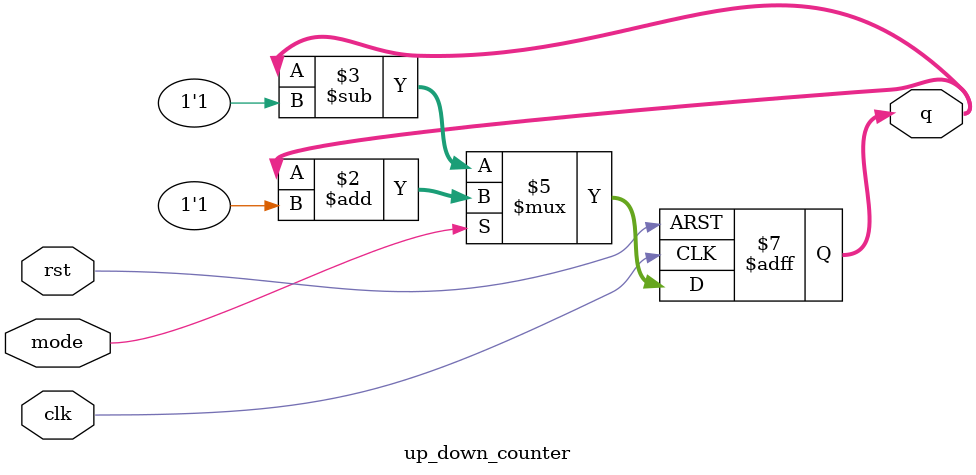
<source format=v>
`timescale 1ns / 1ps


module up_down_counter(input clk,input rst,input mode,output reg[3:0]q);
 always@(posedge clk or posedge rst)
  begin
   if(rst)
      q <= 4'b0000;
   else if(mode)
       q <= q+1'b1;
   else
       q <= q-1'b1;
  end       
endmodule

</source>
